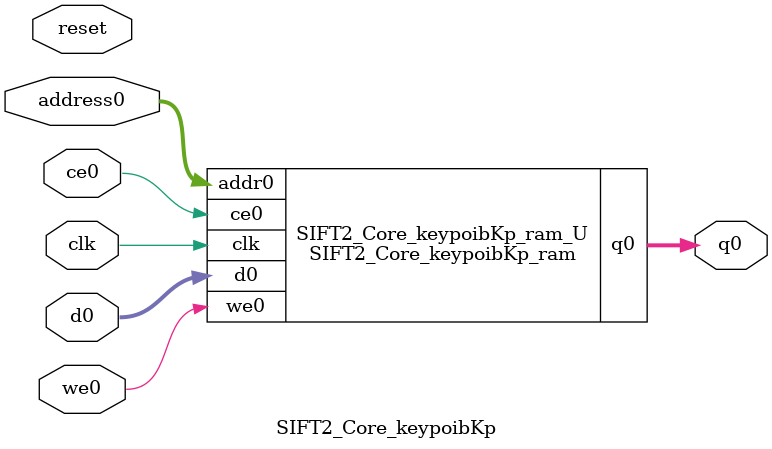
<source format=v>

`timescale 1 ns / 1 ps
module SIFT2_Core_keypoibKp_ram (addr0, ce0, d0, we0, q0,  clk);

parameter DWIDTH = 8;
parameter AWIDTH = 9;
parameter MEM_SIZE = 511;

input[AWIDTH-1:0] addr0;
input ce0;
input[DWIDTH-1:0] d0;
input we0;
output reg[DWIDTH-1:0] q0;
input clk;

(* ram_style = "block" *)reg [DWIDTH-1:0] ram[0:MEM_SIZE-1];




always @(posedge clk)  
begin 
    if (ce0) 
    begin
        if (we0) 
        begin 
            ram[addr0] <= d0; 
            q0 <= d0;
        end 
        else 
            q0 <= ram[addr0];
    end
end


endmodule


`timescale 1 ns / 1 ps
module SIFT2_Core_keypoibKp(
    reset,
    clk,
    address0,
    ce0,
    we0,
    d0,
    q0);

parameter DataWidth = 32'd8;
parameter AddressRange = 32'd511;
parameter AddressWidth = 32'd9;
input reset;
input clk;
input[AddressWidth - 1:0] address0;
input ce0;
input we0;
input[DataWidth - 1:0] d0;
output[DataWidth - 1:0] q0;



SIFT2_Core_keypoibKp_ram SIFT2_Core_keypoibKp_ram_U(
    .clk( clk ),
    .addr0( address0 ),
    .ce0( ce0 ),
    .we0( we0 ),
    .d0( d0 ),
    .q0( q0 ));

endmodule


</source>
